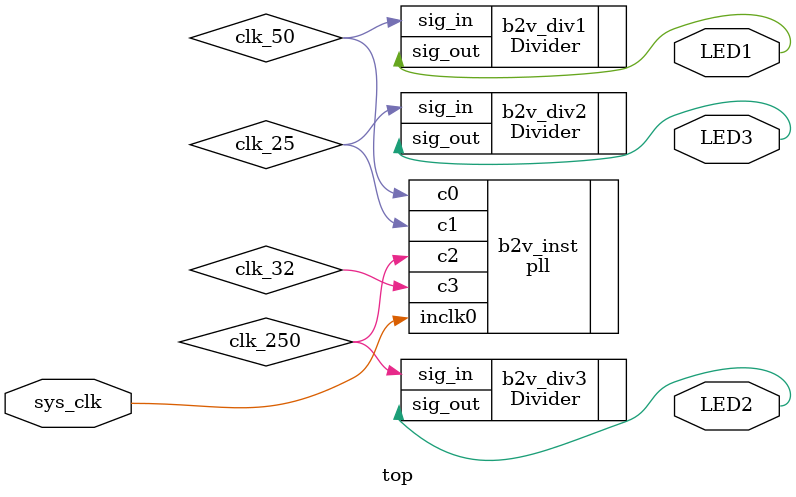
<source format=v>
module top(
	sys_clk,
	LED1,
	LED2,
	LED3
);


input wire	sys_clk;
output wire	LED1;
output wire	LED2;
output wire	LED3;

//frequency generator
wire	clk_50;
wire	clk_25;
wire	clk_250;
wire	clk_32;

pll	b2v_inst(
	.inclk0(sys_clk),
	.c0(clk_50),
	.c1(clk_25),
	.c2(clk_250),
	.c3(clk_32)	
	);



Divider	b2v_div1(
	.sig_in(clk_50),
	.sig_out(LED1));
	defparam	b2v_div1.DIVISOR = 50000000;

Divider	b2v_div2(
	.sig_in(clk_25),
	.sig_out(LED3));
	defparam	b2v_div2.DIVISOR = 50000000;

Divider	b2v_div3(
	.sig_in(clk_250),
	.sig_out(LED2));
	defparam	b2v_div3.DIVISOR = 50000000;



endmodule
</source>
